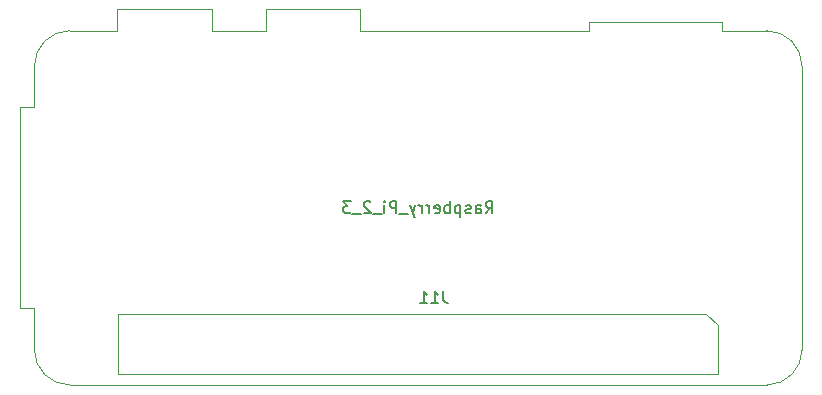
<source format=gbr>
G04 #@! TF.GenerationSoftware,KiCad,Pcbnew,(5.99.0-13060-g64f77b3596)*
G04 #@! TF.CreationDate,2021-11-03T21:45:32-04:00*
G04 #@! TF.ProjectId,PI_W_Controller,50495f57-5f43-46f6-9e74-726f6c6c6572,v1*
G04 #@! TF.SameCoordinates,Original*
G04 #@! TF.FileFunction,AssemblyDrawing,Bot*
%FSLAX46Y46*%
G04 Gerber Fmt 4.6, Leading zero omitted, Abs format (unit mm)*
G04 Created by KiCad (PCBNEW (5.99.0-13060-g64f77b3596)) date 2021-11-03 21:45:32*
%MOMM*%
%LPD*%
G01*
G04 APERTURE LIST*
%ADD10C,0.150000*%
%ADD11C,0.100000*%
G04 APERTURE END LIST*
D10*
X164427285Y-61421380D02*
X164760619Y-60945190D01*
X164998714Y-61421380D02*
X164998714Y-60421380D01*
X164617761Y-60421380D01*
X164522523Y-60469000D01*
X164474904Y-60516619D01*
X164427285Y-60611857D01*
X164427285Y-60754714D01*
X164474904Y-60849952D01*
X164522523Y-60897571D01*
X164617761Y-60945190D01*
X164998714Y-60945190D01*
X163570142Y-61421380D02*
X163570142Y-60897571D01*
X163617761Y-60802333D01*
X163713000Y-60754714D01*
X163903476Y-60754714D01*
X163998714Y-60802333D01*
X163570142Y-61373761D02*
X163665380Y-61421380D01*
X163903476Y-61421380D01*
X163998714Y-61373761D01*
X164046333Y-61278523D01*
X164046333Y-61183285D01*
X163998714Y-61088047D01*
X163903476Y-61040428D01*
X163665380Y-61040428D01*
X163570142Y-60992809D01*
X163141571Y-61373761D02*
X163046333Y-61421380D01*
X162855857Y-61421380D01*
X162760619Y-61373761D01*
X162713000Y-61278523D01*
X162713000Y-61230904D01*
X162760619Y-61135666D01*
X162855857Y-61088047D01*
X162998714Y-61088047D01*
X163093952Y-61040428D01*
X163141571Y-60945190D01*
X163141571Y-60897571D01*
X163093952Y-60802333D01*
X162998714Y-60754714D01*
X162855857Y-60754714D01*
X162760619Y-60802333D01*
X162284428Y-60754714D02*
X162284428Y-61754714D01*
X162284428Y-60802333D02*
X162189190Y-60754714D01*
X161998714Y-60754714D01*
X161903476Y-60802333D01*
X161855857Y-60849952D01*
X161808238Y-60945190D01*
X161808238Y-61230904D01*
X161855857Y-61326142D01*
X161903476Y-61373761D01*
X161998714Y-61421380D01*
X162189190Y-61421380D01*
X162284428Y-61373761D01*
X161379666Y-61421380D02*
X161379666Y-60421380D01*
X161379666Y-60802333D02*
X161284428Y-60754714D01*
X161093952Y-60754714D01*
X160998714Y-60802333D01*
X160951095Y-60849952D01*
X160903476Y-60945190D01*
X160903476Y-61230904D01*
X160951095Y-61326142D01*
X160998714Y-61373761D01*
X161093952Y-61421380D01*
X161284428Y-61421380D01*
X161379666Y-61373761D01*
X160093952Y-61373761D02*
X160189190Y-61421380D01*
X160379666Y-61421380D01*
X160474904Y-61373761D01*
X160522523Y-61278523D01*
X160522523Y-60897571D01*
X160474904Y-60802333D01*
X160379666Y-60754714D01*
X160189190Y-60754714D01*
X160093952Y-60802333D01*
X160046333Y-60897571D01*
X160046333Y-60992809D01*
X160522523Y-61088047D01*
X159617761Y-61421380D02*
X159617761Y-60754714D01*
X159617761Y-60945190D02*
X159570142Y-60849952D01*
X159522523Y-60802333D01*
X159427285Y-60754714D01*
X159332047Y-60754714D01*
X158998714Y-61421380D02*
X158998714Y-60754714D01*
X158998714Y-60945190D02*
X158951095Y-60849952D01*
X158903476Y-60802333D01*
X158808238Y-60754714D01*
X158713000Y-60754714D01*
X158474904Y-60754714D02*
X158236809Y-61421380D01*
X157998714Y-60754714D02*
X158236809Y-61421380D01*
X158332047Y-61659476D01*
X158379666Y-61707095D01*
X158474904Y-61754714D01*
X157855857Y-61516619D02*
X157093952Y-61516619D01*
X156855857Y-61421380D02*
X156855857Y-60421380D01*
X156474904Y-60421380D01*
X156379666Y-60469000D01*
X156332047Y-60516619D01*
X156284428Y-60611857D01*
X156284428Y-60754714D01*
X156332047Y-60849952D01*
X156379666Y-60897571D01*
X156474904Y-60945190D01*
X156855857Y-60945190D01*
X155855857Y-61421380D02*
X155855857Y-60754714D01*
X155855857Y-60421380D02*
X155903476Y-60469000D01*
X155855857Y-60516619D01*
X155808238Y-60469000D01*
X155855857Y-60421380D01*
X155855857Y-60516619D01*
X155617761Y-61516619D02*
X154855857Y-61516619D01*
X154665380Y-60516619D02*
X154617761Y-60469000D01*
X154522523Y-60421380D01*
X154284428Y-60421380D01*
X154189190Y-60469000D01*
X154141571Y-60516619D01*
X154093952Y-60611857D01*
X154093952Y-60707095D01*
X154141571Y-60849952D01*
X154713000Y-61421380D01*
X154093952Y-61421380D01*
X153903476Y-61516619D02*
X153141571Y-61516619D01*
X152998714Y-60421380D02*
X152379666Y-60421380D01*
X152713000Y-60802333D01*
X152570142Y-60802333D01*
X152474904Y-60849952D01*
X152427285Y-60897571D01*
X152379666Y-60992809D01*
X152379666Y-61230904D01*
X152427285Y-61326142D01*
X152474904Y-61373761D01*
X152570142Y-61421380D01*
X152855857Y-61421380D01*
X152951095Y-61373761D01*
X152998714Y-61326142D01*
X160829523Y-68032380D02*
X160829523Y-68746666D01*
X160877142Y-68889523D01*
X160972380Y-68984761D01*
X161115238Y-69032380D01*
X161210476Y-69032380D01*
X159829523Y-69032380D02*
X160400952Y-69032380D01*
X160115238Y-69032380D02*
X160115238Y-68032380D01*
X160210476Y-68175238D01*
X160305714Y-68270476D01*
X160400952Y-68318095D01*
X158877142Y-69032380D02*
X159448571Y-69032380D01*
X159162857Y-69032380D02*
X159162857Y-68032380D01*
X159258095Y-68175238D01*
X159353333Y-68270476D01*
X159448571Y-68318095D01*
D11*
X188213000Y-75969000D02*
G75*
G03*
X191213000Y-72969000I-1J3000001D01*
G01*
X191213000Y-48969000D02*
G75*
G03*
X188213000Y-45969000I-3000001J-1D01*
G01*
X126213000Y-72969000D02*
G75*
G03*
X129213000Y-75969000I3000001J1D01*
G01*
X129213000Y-45969000D02*
G75*
G03*
X126213000Y-48969000I1J-3000001D01*
G01*
X153813000Y-45969000D02*
X173163000Y-45969000D01*
X184463000Y-45969000D02*
X184463000Y-45269000D01*
X191213000Y-72969000D02*
X191213000Y-48969000D01*
X133213000Y-45969000D02*
X129213000Y-45969000D01*
X145813000Y-45969000D02*
X145813000Y-44169000D01*
X183113000Y-69929000D02*
X133313000Y-69929000D01*
X184113000Y-70929000D02*
X183113000Y-69929000D01*
X126213000Y-69469000D02*
X125013000Y-69469000D01*
X133213000Y-45969000D02*
X133213000Y-44169000D01*
X141213000Y-44169000D02*
X141213000Y-45969000D01*
X133313000Y-69929000D02*
X133313000Y-75009000D01*
X145813000Y-44169000D02*
X153813000Y-44169000D01*
X133213000Y-44169000D02*
X141213000Y-44169000D01*
X141213000Y-45969000D02*
X145813000Y-45969000D01*
X153813000Y-44169000D02*
X153813000Y-45969000D01*
X173163000Y-45969000D02*
X173163000Y-45269000D01*
X126213000Y-48969000D02*
X126213000Y-52469000D01*
X133313000Y-75009000D02*
X184113000Y-75009000D01*
X184463000Y-45969000D02*
X188213000Y-45969000D01*
X184113000Y-75009000D02*
X184113000Y-70929000D01*
X126213000Y-52469000D02*
X125013000Y-52469000D01*
X125013000Y-69469000D02*
X125013000Y-52469000D01*
X129213000Y-75969000D02*
X188213000Y-75969000D01*
X126213000Y-72969000D02*
X126213000Y-69469000D01*
X173163000Y-45269000D02*
X184463000Y-45269000D01*
M02*

</source>
